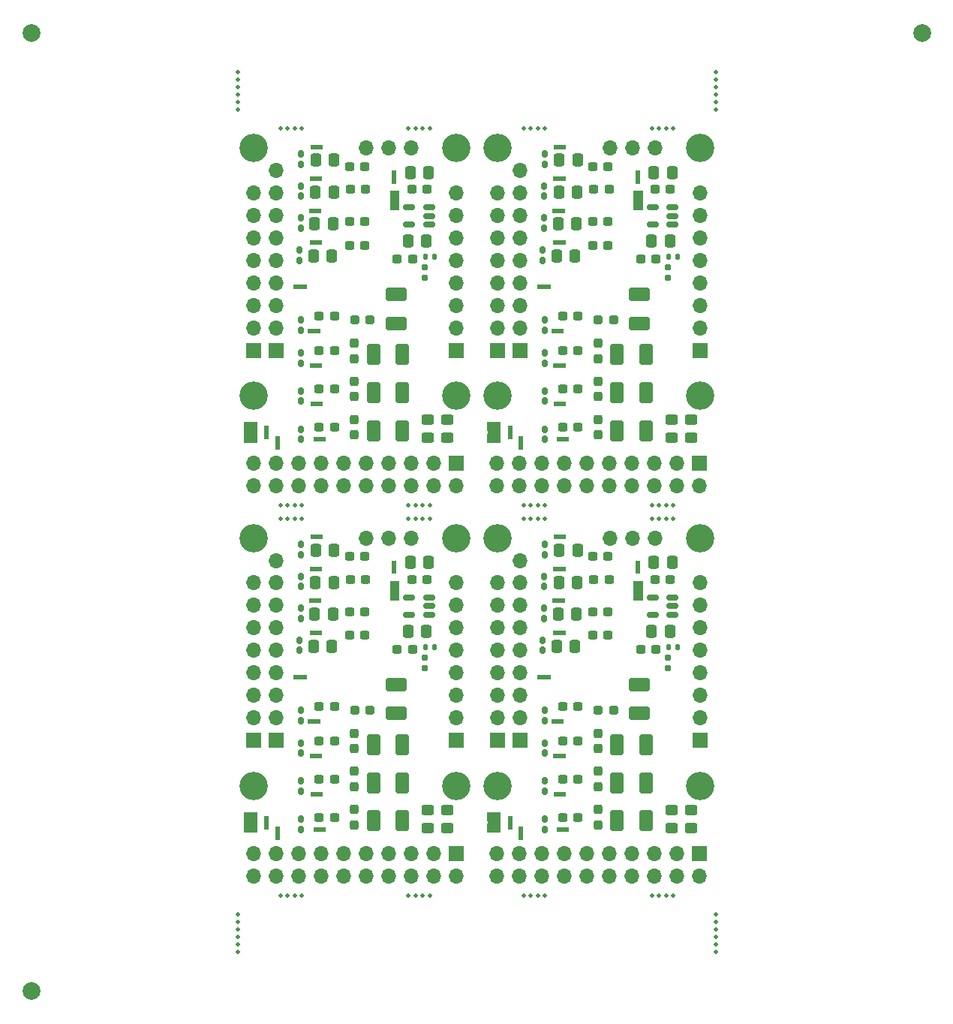
<source format=gbs>
G04 #@! TF.GenerationSoftware,KiCad,Pcbnew,9.0.4*
G04 #@! TF.CreationDate,2025-08-20T19:39:29-04:00*
G04 #@! TF.ProjectId,jlcpcb_4x4,6a6c6370-6362-45f3-9478-342e6b696361,rev?*
G04 #@! TF.SameCoordinates,Original*
G04 #@! TF.FileFunction,Soldermask,Bot*
G04 #@! TF.FilePolarity,Negative*
%FSLAX46Y46*%
G04 Gerber Fmt 4.6, Leading zero omitted, Abs format (unit mm)*
G04 Created by KiCad (PCBNEW 9.0.4) date 2025-08-20 19:39:29*
%MOMM*%
%LPD*%
G01*
G04 APERTURE LIST*
G04 Aperture macros list*
%AMRoundRect*
0 Rectangle with rounded corners*
0 $1 Rounding radius*
0 $2 $3 $4 $5 $6 $7 $8 $9 X,Y pos of 4 corners*
0 Add a 4 corners polygon primitive as box body*
4,1,4,$2,$3,$4,$5,$6,$7,$8,$9,$2,$3,0*
0 Add four circle primitives for the rounded corners*
1,1,$1+$1,$2,$3*
1,1,$1+$1,$4,$5*
1,1,$1+$1,$6,$7*
1,1,$1+$1,$8,$9*
0 Add four rect primitives between the rounded corners*
20,1,$1+$1,$2,$3,$4,$5,0*
20,1,$1+$1,$4,$5,$6,$7,0*
20,1,$1+$1,$6,$7,$8,$9,0*
20,1,$1+$1,$8,$9,$2,$3,0*%
G04 Aperture macros list end*
%ADD10C,0.010000*%
%ADD11C,0.500000*%
%ADD12R,1.700000X1.700000*%
%ADD13O,1.700000X1.700000*%
%ADD14C,3.200000*%
%ADD15RoundRect,0.250000X-0.337500X-0.475000X0.337500X-0.475000X0.337500X0.475000X-0.337500X0.475000X0*%
%ADD16RoundRect,0.160000X0.160000X-0.222500X0.160000X0.222500X-0.160000X0.222500X-0.160000X-0.222500X0*%
%ADD17R,0.508000X0.500000*%
%ADD18R,0.508000X0.508000*%
%ADD19RoundRect,0.237500X0.300000X0.237500X-0.300000X0.237500X-0.300000X-0.237500X0.300000X-0.237500X0*%
%ADD20RoundRect,0.237500X-0.300000X-0.237500X0.300000X-0.237500X0.300000X0.237500X-0.300000X0.237500X0*%
%ADD21RoundRect,0.237500X-0.237500X0.287500X-0.237500X-0.287500X0.237500X-0.287500X0.237500X0.287500X0*%
%ADD22R,1.500000X1.000000*%
%ADD23RoundRect,0.250001X0.499999X0.924999X-0.499999X0.924999X-0.499999X-0.924999X0.499999X-0.924999X0*%
%ADD24C,2.000000*%
%ADD25R,0.500000X0.500000*%
%ADD26R,0.550000X0.500000*%
%ADD27RoundRect,0.250001X0.924999X-0.499999X0.924999X0.499999X-0.924999X0.499999X-0.924999X-0.499999X0*%
%ADD28RoundRect,0.160000X-0.160000X0.222500X-0.160000X-0.222500X0.160000X-0.222500X0.160000X0.222500X0*%
%ADD29RoundRect,0.250000X-0.450000X0.325000X-0.450000X-0.325000X0.450000X-0.325000X0.450000X0.325000X0*%
%ADD30RoundRect,0.237500X0.237500X-0.287500X0.237500X0.287500X-0.237500X0.287500X-0.237500X-0.287500X0*%
%ADD31RoundRect,0.237500X-0.287500X-0.237500X0.287500X-0.237500X0.287500X0.237500X-0.287500X0.237500X0*%
%ADD32RoundRect,0.135000X0.135000X0.185000X-0.135000X0.185000X-0.135000X-0.185000X0.135000X-0.185000X0*%
%ADD33R,0.500000X0.508000*%
%ADD34RoundRect,0.160000X-0.160000X0.197500X-0.160000X-0.197500X0.160000X-0.197500X0.160000X0.197500X0*%
%ADD35RoundRect,0.250000X0.450000X-0.325000X0.450000X0.325000X-0.450000X0.325000X-0.450000X-0.325000X0*%
%ADD36RoundRect,0.250000X0.337500X0.475000X-0.337500X0.475000X-0.337500X-0.475000X0.337500X-0.475000X0*%
%ADD37RoundRect,0.150000X0.512500X0.150000X-0.512500X0.150000X-0.512500X-0.150000X0.512500X-0.150000X0*%
G04 APERTURE END LIST*
G04 #@! TO.C,G119*
G36*
X25671000Y-11978500D02*
G01*
X26179000Y-11978500D01*
X26179000Y-12478500D01*
X25671000Y-12478500D01*
X25671000Y-11978500D01*
G37*
G04 #@! TO.C,SDA108*
G36*
X40439000Y-86486500D02*
G01*
X39931000Y-86486500D01*
X39931000Y-85986500D01*
X40439000Y-85986500D01*
X40439000Y-86486500D01*
G37*
G04 #@! TO.C,SCL108*
G36*
X39239000Y-41286500D02*
G01*
X38731000Y-41286500D01*
X38731000Y-40786500D01*
X39239000Y-40786500D01*
X39239000Y-41286500D01*
G37*
G04 #@! TO.C,MCLK108*
G36*
X37935000Y-41182500D02*
G01*
X36435000Y-41182500D01*
X36435000Y-40882500D01*
X37935000Y-40882500D01*
X37935000Y-41182500D01*
G37*
G04 #@! TO.C,INM1*
G36*
X16837500Y-16282500D02*
G01*
X17687500Y-16282500D01*
X17687500Y-15782500D01*
X16837500Y-15782500D01*
X16837500Y-16282500D01*
G37*
G04 #@! TO.C,MCLK108*
G36*
X10475000Y-85182500D02*
G01*
X8975000Y-85182500D01*
X8975000Y-84882500D01*
X10475000Y-84882500D01*
X10475000Y-85182500D01*
G37*
G04 #@! TO.C,OM2*
G36*
X16675000Y-73882500D02*
G01*
X17525000Y-73882500D01*
X17525000Y-73382500D01*
X16675000Y-73382500D01*
X16675000Y-73882500D01*
G37*
G04 #@! TO.C,INP2*
G36*
X16910000Y-56682500D02*
G01*
X17760000Y-56682500D01*
X17760000Y-56182500D01*
X16910000Y-56182500D01*
X16910000Y-56682500D01*
G37*
G04 #@! TO.C,MCLK108*
G36*
X37935000Y-85182500D02*
G01*
X36435000Y-85182500D01*
X36435000Y-84882500D01*
X37935000Y-84882500D01*
X37935000Y-85182500D01*
G37*
G04 #@! TO.C,SCL108*
G36*
X11779000Y-41286500D02*
G01*
X11271000Y-41286500D01*
X11271000Y-40786500D01*
X11779000Y-40786500D01*
X11779000Y-41286500D01*
G37*
G04 #@! TO.C,OP1*
G36*
X44435000Y-38082500D02*
G01*
X45285000Y-38082500D01*
X45285000Y-37582500D01*
X44435000Y-37582500D01*
X44435000Y-38082500D01*
G37*
G04 #@! TO.C,SCL108*
G36*
X39239000Y-85286500D02*
G01*
X38731000Y-85286500D01*
X38731000Y-84786500D01*
X39239000Y-84786500D01*
X39239000Y-85286500D01*
G37*
G04 #@! TO.C,INP1*
G36*
X44360000Y-63882500D02*
G01*
X45210000Y-63882500D01*
X45210000Y-63382500D01*
X44360000Y-63382500D01*
X44360000Y-63882500D01*
G37*
G04 #@! TO.C,OM2*
G36*
X44135000Y-73882500D02*
G01*
X44985000Y-73882500D01*
X44985000Y-73382500D01*
X44135000Y-73382500D01*
X44135000Y-73882500D01*
G37*
G04 #@! TO.C,GND108*
G36*
X43039000Y-24378500D02*
G01*
X42539000Y-24378500D01*
X42539000Y-24886500D01*
X43039000Y-24886500D01*
X43039000Y-24378500D01*
G37*
G04 #@! TO.C,OP1*
G36*
X16975000Y-82082500D02*
G01*
X17825000Y-82082500D01*
X17825000Y-81582500D01*
X16975000Y-81582500D01*
X16975000Y-82082500D01*
G37*
G04 #@! TO.C,OP2*
G36*
X16900000Y-77782500D02*
G01*
X17750000Y-77782500D01*
X17750000Y-77282500D01*
X16900000Y-77282500D01*
X16900000Y-77782500D01*
G37*
G04 #@! TO.C,GND108*
G36*
X15579000Y-24378500D02*
G01*
X15079000Y-24378500D01*
X15079000Y-24886500D01*
X15579000Y-24886500D01*
X15579000Y-24378500D01*
G37*
G04 #@! TO.C,INP1*
G36*
X44360000Y-19882500D02*
G01*
X45210000Y-19882500D01*
X45210000Y-19382500D01*
X44360000Y-19382500D01*
X44360000Y-19882500D01*
G37*
G36*
X16900000Y-19882500D02*
G01*
X17750000Y-19882500D01*
X17750000Y-19382500D01*
X16900000Y-19382500D01*
X16900000Y-19882500D01*
G37*
G04 #@! TO.C,INP2*
G36*
X16910000Y-12682500D02*
G01*
X17760000Y-12682500D01*
X17760000Y-12182500D01*
X16910000Y-12182500D01*
X16910000Y-12682500D01*
G37*
G04 #@! TO.C,INM2*
G36*
X16957500Y-9082500D02*
G01*
X17807500Y-9082500D01*
X17807500Y-8582500D01*
X16957500Y-8582500D01*
X16957500Y-9082500D01*
G37*
G04 #@! TO.C,INM1*
G36*
X44297500Y-60282500D02*
G01*
X45147500Y-60282500D01*
X45147500Y-59782500D01*
X44297500Y-59782500D01*
X44297500Y-60282500D01*
G37*
G04 #@! TO.C,3V108*
D10*
X26425000Y-59892500D02*
X25425000Y-59892500D01*
X25425000Y-57782500D01*
X26425000Y-57782500D01*
X26425000Y-59892500D01*
G36*
X26425000Y-59892500D02*
G01*
X25425000Y-59892500D01*
X25425000Y-57782500D01*
X26425000Y-57782500D01*
X26425000Y-59892500D01*
G37*
X53885000Y-15892500D02*
X52885000Y-15892500D01*
X52885000Y-13782500D01*
X53885000Y-13782500D01*
X53885000Y-15892500D01*
G36*
X53885000Y-15892500D02*
G01*
X52885000Y-15892500D01*
X52885000Y-13782500D01*
X53885000Y-13782500D01*
X53885000Y-15892500D01*
G37*
G04 #@! TO.C,INP2*
G36*
X44370000Y-56682500D02*
G01*
X45220000Y-56682500D01*
X45220000Y-56182500D01*
X44370000Y-56182500D01*
X44370000Y-56682500D01*
G37*
G04 #@! TO.C,OM1*
G36*
X17675000Y-85582500D02*
G01*
X16800000Y-85582500D01*
X16800000Y-86082500D01*
X17675000Y-86082500D01*
X17675000Y-85582500D01*
G37*
G04 #@! TO.C,INM2*
G36*
X44417500Y-53082500D02*
G01*
X45267500Y-53082500D01*
X45267500Y-52582500D01*
X44417500Y-52582500D01*
X44417500Y-53082500D01*
G37*
G04 #@! TO.C,OP1*
G36*
X16975000Y-38082500D02*
G01*
X17825000Y-38082500D01*
X17825000Y-37582500D01*
X16975000Y-37582500D01*
X16975000Y-38082500D01*
G37*
G04 #@! TO.C,OM2*
G36*
X16675000Y-29882500D02*
G01*
X17525000Y-29882500D01*
X17525000Y-29382500D01*
X16675000Y-29382500D01*
X16675000Y-29882500D01*
G37*
G04 #@! TO.C,SDA108*
G36*
X40439000Y-42486500D02*
G01*
X39931000Y-42486500D01*
X39931000Y-41986500D01*
X40439000Y-41986500D01*
X40439000Y-42486500D01*
G37*
G04 #@! TO.C,G119*
G36*
X53131000Y-55978500D02*
G01*
X53639000Y-55978500D01*
X53639000Y-56478500D01*
X53131000Y-56478500D01*
X53131000Y-55978500D01*
G37*
G04 #@! TO.C,GND108*
G36*
X15579000Y-68378500D02*
G01*
X15079000Y-68378500D01*
X15079000Y-68886500D01*
X15579000Y-68886500D01*
X15579000Y-68378500D01*
G37*
G04 #@! TO.C,3V108*
X26425000Y-15892500D02*
X25425000Y-15892500D01*
X25425000Y-13782500D01*
X26425000Y-13782500D01*
X26425000Y-15892500D01*
G36*
X26425000Y-15892500D02*
G01*
X25425000Y-15892500D01*
X25425000Y-13782500D01*
X26425000Y-13782500D01*
X26425000Y-15892500D01*
G37*
G04 #@! TO.C,OM2*
G36*
X44135000Y-29882500D02*
G01*
X44985000Y-29882500D01*
X44985000Y-29382500D01*
X44135000Y-29382500D01*
X44135000Y-29882500D01*
G37*
G04 #@! TO.C,GND108*
G36*
X43039000Y-68378500D02*
G01*
X42539000Y-68378500D01*
X42539000Y-68886500D01*
X43039000Y-68886500D01*
X43039000Y-68378500D01*
G37*
G04 #@! TO.C,G119*
G36*
X25671000Y-55978500D02*
G01*
X26179000Y-55978500D01*
X26179000Y-56478500D01*
X25671000Y-56478500D01*
X25671000Y-55978500D01*
G37*
G04 #@! TO.C,OP2*
G36*
X16900000Y-33782500D02*
G01*
X17750000Y-33782500D01*
X17750000Y-33282500D01*
X16900000Y-33282500D01*
X16900000Y-33782500D01*
G37*
G36*
X44360000Y-33782500D02*
G01*
X45210000Y-33782500D01*
X45210000Y-33282500D01*
X44360000Y-33282500D01*
X44360000Y-33782500D01*
G37*
G36*
X44360000Y-77782500D02*
G01*
X45210000Y-77782500D01*
X45210000Y-77282500D01*
X44360000Y-77282500D01*
X44360000Y-77782500D01*
G37*
G04 #@! TO.C,INM2*
G36*
X16957500Y-53082500D02*
G01*
X17807500Y-53082500D01*
X17807500Y-52582500D01*
X16957500Y-52582500D01*
X16957500Y-53082500D01*
G37*
G04 #@! TO.C,SDA108*
G36*
X12979000Y-86486500D02*
G01*
X12471000Y-86486500D01*
X12471000Y-85986500D01*
X12979000Y-85986500D01*
X12979000Y-86486500D01*
G37*
G04 #@! TO.C,INP2*
G36*
X44370000Y-12682500D02*
G01*
X45220000Y-12682500D01*
X45220000Y-12182500D01*
X44370000Y-12182500D01*
X44370000Y-12682500D01*
G37*
G04 #@! TO.C,INM1*
G36*
X16837500Y-60282500D02*
G01*
X17687500Y-60282500D01*
X17687500Y-59782500D01*
X16837500Y-59782500D01*
X16837500Y-60282500D01*
G37*
G04 #@! TO.C,INP1*
G36*
X16900000Y-63882500D02*
G01*
X17750000Y-63882500D01*
X17750000Y-63382500D01*
X16900000Y-63382500D01*
X16900000Y-63882500D01*
G37*
G04 #@! TO.C,OM1*
G36*
X17675000Y-41582500D02*
G01*
X16800000Y-41582500D01*
X16800000Y-42082500D01*
X17675000Y-42082500D01*
X17675000Y-41582500D01*
G37*
G04 #@! TO.C,SDA108*
G36*
X12979000Y-42486500D02*
G01*
X12471000Y-42486500D01*
X12471000Y-41986500D01*
X12979000Y-41986500D01*
X12979000Y-42486500D01*
G37*
G04 #@! TO.C,G119*
G36*
X53131000Y-11978500D02*
G01*
X53639000Y-11978500D01*
X53639000Y-12478500D01*
X53131000Y-12478500D01*
X53131000Y-11978500D01*
G37*
G04 #@! TO.C,3V108*
X53885000Y-59892500D02*
X52885000Y-59892500D01*
X52885000Y-57782500D01*
X53885000Y-57782500D01*
X53885000Y-59892500D01*
G36*
X53885000Y-59892500D02*
G01*
X52885000Y-59892500D01*
X52885000Y-57782500D01*
X53885000Y-57782500D01*
X53885000Y-59892500D01*
G37*
G04 #@! TO.C,INM1*
G36*
X44297500Y-16282500D02*
G01*
X45147500Y-16282500D01*
X45147500Y-15782500D01*
X44297500Y-15782500D01*
X44297500Y-16282500D01*
G37*
G04 #@! TO.C,OM1*
G36*
X45135000Y-41582500D02*
G01*
X44260000Y-41582500D01*
X44260000Y-42082500D01*
X45135000Y-42082500D01*
X45135000Y-41582500D01*
G37*
G04 #@! TO.C,OP1*
G36*
X44435000Y-82082500D02*
G01*
X45285000Y-82082500D01*
X45285000Y-81582500D01*
X44435000Y-81582500D01*
X44435000Y-82082500D01*
G37*
G04 #@! TO.C,OM1*
G36*
X45135000Y-85582500D02*
G01*
X44260000Y-85582500D01*
X44260000Y-86082500D01*
X45135000Y-86082500D01*
X45135000Y-85582500D01*
G37*
G04 #@! TO.C,INM2*
G36*
X44417500Y-9082500D02*
G01*
X45267500Y-9082500D01*
X45267500Y-8582500D01*
X44417500Y-8582500D01*
X44417500Y-9082500D01*
G37*
G04 #@! TO.C,MCLK108*
G36*
X10475000Y-41182500D02*
G01*
X8975000Y-41182500D01*
X8975000Y-40882500D01*
X10475000Y-40882500D01*
X10475000Y-41182500D01*
G37*
G04 #@! TO.C,SCL108*
G36*
X11779000Y-85286500D02*
G01*
X11271000Y-85286500D01*
X11271000Y-84786500D01*
X11779000Y-84786500D01*
X11779000Y-85286500D01*
G37*
G04 #@! TD*
D11*
G04 #@! TO.C,KiKit_MB_12_5*
X29930000Y-50750000D03*
G04 #@! TD*
G04 #@! TO.C,KiKit_MB_8_2*
X54990000Y-6750000D03*
G04 #@! TD*
G04 #@! TO.C,KiKit_MB_14_5*
X42930000Y-50750000D03*
G04 #@! TD*
G04 #@! TO.C,KiKit_MB_5_3*
X42130000Y-49250000D03*
G04 #@! TD*
G04 #@! TO.C,KiKit_MB_8_3*
X55790000Y-6750000D03*
G04 #@! TD*
G04 #@! TO.C,KiKit_MB_1_5*
X13070000Y-49250000D03*
G04 #@! TD*
G04 #@! TO.C,KiKit_MB_1_3*
X14670000Y-49250000D03*
G04 #@! TD*
G04 #@! TO.C,KiKit_MB_5_5*
X40530000Y-49250000D03*
G04 #@! TD*
G04 #@! TO.C,KiKit_MB_14_3*
X41330000Y-50750000D03*
G04 #@! TD*
G04 #@! TO.C,KiKit_MB_19_3*
X8270000Y-96214285D03*
G04 #@! TD*
D12*
G04 #@! TO.C,board_outline108*
X32925000Y-44495000D03*
D13*
X32925000Y-47035000D03*
X30385000Y-44495000D03*
X30385000Y-47035000D03*
X27845000Y-44495000D03*
X27845000Y-47035000D03*
X25305000Y-44495000D03*
X25305000Y-47035000D03*
X22765000Y-44495000D03*
X22765000Y-47035000D03*
X20225000Y-44495000D03*
X20225000Y-47035000D03*
X17685000Y-44495000D03*
X17685000Y-47035000D03*
X15145000Y-44495000D03*
X15145000Y-47035000D03*
X12605000Y-44495000D03*
X12605000Y-47035000D03*
X10065000Y-44495000D03*
X10065000Y-47035000D03*
D12*
X12610000Y-31785000D03*
X10070000Y-31785000D03*
D13*
X12610000Y-29245000D03*
X10070000Y-29245000D03*
X12610000Y-26705000D03*
X10070000Y-26705000D03*
X12610000Y-24165000D03*
X10070000Y-24165000D03*
X12610000Y-21625000D03*
X10070000Y-21625000D03*
X12610000Y-19085000D03*
X10070000Y-19085000D03*
X12610000Y-16545000D03*
X10070000Y-16545000D03*
X12610000Y-14005000D03*
X10070000Y-14005000D03*
D12*
X32930000Y-31785000D03*
D13*
X32930000Y-29245000D03*
X32930000Y-26705000D03*
X32930000Y-24165000D03*
X32930000Y-21625000D03*
X32930000Y-19085000D03*
X32930000Y-16545000D03*
X32930000Y-14005000D03*
X27850000Y-8940000D03*
X25310000Y-8940000D03*
X22770000Y-8940000D03*
X12610000Y-11480000D03*
D14*
X10070000Y-36880000D03*
X10070000Y-8940000D03*
X32930000Y-36880000D03*
X32930000Y-8940000D03*
G04 #@! TD*
D11*
G04 #@! TO.C,KiKit_MB_15_3*
X56590000Y-93250000D03*
G04 #@! TD*
G04 #@! TO.C,KiKit_MB_7_5*
X54990000Y-49250000D03*
G04 #@! TD*
G04 #@! TO.C,KiKit_MB_10_2*
X13070000Y-50750000D03*
G04 #@! TD*
G04 #@! TO.C,KiKit_MB_9_3*
X14670000Y-93250000D03*
G04 #@! TD*
G04 #@! TO.C,KiKit_MB_17_3*
X8270000Y-1214286D03*
G04 #@! TD*
G04 #@! TO.C,KiKit_MB_20_4*
X62190000Y-97071428D03*
G04 #@! TD*
G04 #@! TO.C,KiKit_MB_6_2*
X40530000Y-6750000D03*
G04 #@! TD*
G04 #@! TO.C,KiKit_MB_15_2*
X57390000Y-93250000D03*
G04 #@! TD*
D12*
G04 #@! TO.C,board_outline108*
X60385000Y-44495000D03*
D13*
X60385000Y-47035000D03*
X57845000Y-44495000D03*
X57845000Y-47035000D03*
X55305000Y-44495000D03*
X55305000Y-47035000D03*
X52765000Y-44495000D03*
X52765000Y-47035000D03*
X50225000Y-44495000D03*
X50225000Y-47035000D03*
X47685000Y-44495000D03*
X47685000Y-47035000D03*
X45145000Y-44495000D03*
X45145000Y-47035000D03*
X42605000Y-44495000D03*
X42605000Y-47035000D03*
X40065000Y-44495000D03*
X40065000Y-47035000D03*
X37525000Y-44495000D03*
X37525000Y-47035000D03*
D12*
X40070000Y-31785000D03*
X37530000Y-31785000D03*
D13*
X40070000Y-29245000D03*
X37530000Y-29245000D03*
X40070000Y-26705000D03*
X37530000Y-26705000D03*
X40070000Y-24165000D03*
X37530000Y-24165000D03*
X40070000Y-21625000D03*
X37530000Y-21625000D03*
X40070000Y-19085000D03*
X37530000Y-19085000D03*
X40070000Y-16545000D03*
X37530000Y-16545000D03*
X40070000Y-14005000D03*
X37530000Y-14005000D03*
D12*
X60390000Y-31785000D03*
D13*
X60390000Y-29245000D03*
X60390000Y-26705000D03*
X60390000Y-24165000D03*
X60390000Y-21625000D03*
X60390000Y-19085000D03*
X60390000Y-16545000D03*
X60390000Y-14005000D03*
X55310000Y-8940000D03*
X52770000Y-8940000D03*
X50230000Y-8940000D03*
X40070000Y-11480000D03*
D14*
X37530000Y-36880000D03*
X37530000Y-8940000D03*
X60390000Y-36880000D03*
X60390000Y-8940000D03*
G04 #@! TD*
D11*
G04 #@! TO.C,KiKit_MB_17_7*
X8270000Y-4642858D03*
G04 #@! TD*
D12*
G04 #@! TO.C,board_outline108*
X32925000Y-88495000D03*
D13*
X32925000Y-91035000D03*
X30385000Y-88495000D03*
X30385000Y-91035000D03*
X27845000Y-88495000D03*
X27845000Y-91035000D03*
X25305000Y-88495000D03*
X25305000Y-91035000D03*
X22765000Y-88495000D03*
X22765000Y-91035000D03*
X20225000Y-88495000D03*
X20225000Y-91035000D03*
X17685000Y-88495000D03*
X17685000Y-91035000D03*
X15145000Y-88495000D03*
X15145000Y-91035000D03*
X12605000Y-88495000D03*
X12605000Y-91035000D03*
X10065000Y-88495000D03*
X10065000Y-91035000D03*
D12*
X12610000Y-75785000D03*
X10070000Y-75785000D03*
D13*
X12610000Y-73245000D03*
X10070000Y-73245000D03*
X12610000Y-70705000D03*
X10070000Y-70705000D03*
X12610000Y-68165000D03*
X10070000Y-68165000D03*
X12610000Y-65625000D03*
X10070000Y-65625000D03*
X12610000Y-63085000D03*
X10070000Y-63085000D03*
X12610000Y-60545000D03*
X10070000Y-60545000D03*
X12610000Y-58005000D03*
X10070000Y-58005000D03*
D12*
X32930000Y-75785000D03*
D13*
X32930000Y-73245000D03*
X32930000Y-70705000D03*
X32930000Y-68165000D03*
X32930000Y-65625000D03*
X32930000Y-63085000D03*
X32930000Y-60545000D03*
X32930000Y-58005000D03*
X27850000Y-52940000D03*
X25310000Y-52940000D03*
X22770000Y-52940000D03*
X12610000Y-55480000D03*
D14*
X10070000Y-80880000D03*
X10070000Y-52940000D03*
X32930000Y-80880000D03*
X32930000Y-52940000D03*
G04 #@! TD*
D11*
G04 #@! TO.C,KiKit_MB_4_2*
X27530000Y-6750000D03*
G04 #@! TD*
G04 #@! TO.C,KiKit_MB_5_4*
X41330000Y-49250000D03*
G04 #@! TD*
G04 #@! TO.C,KiKit_MB_17_6*
X8270000Y-3785715D03*
G04 #@! TD*
G04 #@! TO.C,KiKit_MB_7_3*
X56590000Y-49250000D03*
G04 #@! TD*
G04 #@! TO.C,KiKit_MB_20_5*
X62190000Y-97928571D03*
G04 #@! TD*
G04 #@! TO.C,KiKit_MB_18_5*
X62190000Y-2928572D03*
G04 #@! TD*
G04 #@! TO.C,KiKit_MB_10_5*
X15470000Y-50750000D03*
G04 #@! TD*
D12*
G04 #@! TO.C,board_outline108*
X60385000Y-88495000D03*
D13*
X60385000Y-91035000D03*
X57845000Y-88495000D03*
X57845000Y-91035000D03*
X55305000Y-88495000D03*
X55305000Y-91035000D03*
X52765000Y-88495000D03*
X52765000Y-91035000D03*
X50225000Y-88495000D03*
X50225000Y-91035000D03*
X47685000Y-88495000D03*
X47685000Y-91035000D03*
X45145000Y-88495000D03*
X45145000Y-91035000D03*
X42605000Y-88495000D03*
X42605000Y-91035000D03*
X40065000Y-88495000D03*
X40065000Y-91035000D03*
X37525000Y-88495000D03*
X37525000Y-91035000D03*
D12*
X40070000Y-75785000D03*
X37530000Y-75785000D03*
D13*
X40070000Y-73245000D03*
X37530000Y-73245000D03*
X40070000Y-70705000D03*
X37530000Y-70705000D03*
X40070000Y-68165000D03*
X37530000Y-68165000D03*
X40070000Y-65625000D03*
X37530000Y-65625000D03*
X40070000Y-63085000D03*
X37530000Y-63085000D03*
X40070000Y-60545000D03*
X37530000Y-60545000D03*
X40070000Y-58005000D03*
X37530000Y-58005000D03*
D12*
X60390000Y-75785000D03*
D13*
X60390000Y-73245000D03*
X60390000Y-70705000D03*
X60390000Y-68165000D03*
X60390000Y-65625000D03*
X60390000Y-63085000D03*
X60390000Y-60545000D03*
X60390000Y-58005000D03*
X55310000Y-52940000D03*
X52770000Y-52940000D03*
X50230000Y-52940000D03*
X40070000Y-55480000D03*
D14*
X37530000Y-80880000D03*
X37530000Y-52940000D03*
X60390000Y-80880000D03*
X60390000Y-52940000D03*
G04 #@! TD*
D11*
G04 #@! TO.C,KiKit_MB_17_4*
X8270000Y-2071429D03*
G04 #@! TD*
G04 #@! TO.C,KiKit_MB_17_5*
X8270000Y-2928572D03*
G04 #@! TD*
G04 #@! TO.C,KiKit_MB_18_2*
X62190000Y-357143D03*
G04 #@! TD*
G04 #@! TO.C,KiKit_MB_9_4*
X13870000Y-93250000D03*
G04 #@! TD*
G04 #@! TO.C,KiKit_MB_15_5*
X54990000Y-93250000D03*
G04 #@! TD*
G04 #@! TO.C,KiKit_MB_20_6*
X62190000Y-98785714D03*
G04 #@! TD*
G04 #@! TO.C,KiKit_MB_19_7*
X8270000Y-99642857D03*
G04 #@! TD*
G04 #@! TO.C,KiKit_MB_15_4*
X55790000Y-93250000D03*
G04 #@! TD*
G04 #@! TO.C,KiKit_MB_18_7*
X62190000Y-4642858D03*
G04 #@! TD*
G04 #@! TO.C,KiKit_MB_16_3*
X55790000Y-50750000D03*
G04 #@! TD*
G04 #@! TO.C,KiKit_MB_3_5*
X27530000Y-49250000D03*
G04 #@! TD*
G04 #@! TO.C,KiKit_MB_7_4*
X55790000Y-49250000D03*
G04 #@! TD*
G04 #@! TO.C,KiKit_MB_2_3*
X13870000Y-6750000D03*
G04 #@! TD*
G04 #@! TO.C,KiKit_MB_6_5*
X42930000Y-6750000D03*
G04 #@! TD*
G04 #@! TO.C,KiKit_MB_19_6*
X8270000Y-98785714D03*
G04 #@! TD*
G04 #@! TO.C,KiKit_MB_3_2*
X29930000Y-49250000D03*
G04 #@! TD*
G04 #@! TO.C,KiKit_MB_3_4*
X28330000Y-49250000D03*
G04 #@! TD*
G04 #@! TO.C,KiKit_MB_20_3*
X62190000Y-96214285D03*
G04 #@! TD*
G04 #@! TO.C,KiKit_MB_12_4*
X29130000Y-50750000D03*
G04 #@! TD*
G04 #@! TO.C,KiKit_MB_2_4*
X14670000Y-6750000D03*
G04 #@! TD*
G04 #@! TO.C,KiKit_MB_6_4*
X42130000Y-6750000D03*
G04 #@! TD*
G04 #@! TO.C,KiKit_MB_12_3*
X28330000Y-50750000D03*
G04 #@! TD*
G04 #@! TO.C,KiKit_MB_18_4*
X62190000Y-2071429D03*
G04 #@! TD*
G04 #@! TO.C,KiKit_MB_16_5*
X57390000Y-50750000D03*
G04 #@! TD*
G04 #@! TO.C,KiKit_MB_13_4*
X41330000Y-93250000D03*
G04 #@! TD*
G04 #@! TO.C,KiKit_MB_9_5*
X13070000Y-93250000D03*
G04 #@! TD*
G04 #@! TO.C,KiKit_MB_11_5*
X27530000Y-93250000D03*
G04 #@! TD*
G04 #@! TO.C,KiKit_MB_1_4*
X13870000Y-49250000D03*
G04 #@! TD*
G04 #@! TO.C,KiKit_MB_2_2*
X13070000Y-6750000D03*
G04 #@! TD*
G04 #@! TO.C,KiKit_MB_13_2*
X42930000Y-93250000D03*
G04 #@! TD*
G04 #@! TO.C,KiKit_MB_20_7*
X62190000Y-99642857D03*
G04 #@! TD*
G04 #@! TO.C,KiKit_MB_7_2*
X57390000Y-49250000D03*
G04 #@! TD*
G04 #@! TO.C,KiKit_MB_8_4*
X56590000Y-6750000D03*
G04 #@! TD*
G04 #@! TO.C,KiKit_MB_16_2*
X54990000Y-50750000D03*
G04 #@! TD*
G04 #@! TO.C,KiKit_MB_16_4*
X56590000Y-50750000D03*
G04 #@! TD*
G04 #@! TO.C,KiKit_MB_17_2*
X8270000Y-357143D03*
G04 #@! TD*
G04 #@! TO.C,KiKit_MB_1_2*
X15470000Y-49250000D03*
G04 #@! TD*
G04 #@! TO.C,KiKit_MB_13_5*
X40530000Y-93250000D03*
G04 #@! TD*
G04 #@! TO.C,KiKit_MB_4_3*
X28330000Y-6750000D03*
G04 #@! TD*
G04 #@! TO.C,KiKit_MB_10_4*
X14670000Y-50750000D03*
G04 #@! TD*
G04 #@! TO.C,KiKit_MB_19_5*
X8270000Y-97928571D03*
G04 #@! TD*
G04 #@! TO.C,KiKit_MB_5_2*
X42930000Y-49250000D03*
G04 #@! TD*
G04 #@! TO.C,KiKit_MB_6_3*
X41330000Y-6750000D03*
G04 #@! TD*
G04 #@! TO.C,KiKit_MB_9_2*
X15470000Y-93250000D03*
G04 #@! TD*
G04 #@! TO.C,KiKit_MB_2_5*
X15470000Y-6750000D03*
G04 #@! TD*
G04 #@! TO.C,KiKit_MB_19_4*
X8270000Y-97071428D03*
G04 #@! TD*
G04 #@! TO.C,KiKit_MB_14_2*
X40530000Y-50750000D03*
G04 #@! TD*
G04 #@! TO.C,KiKit_MB_4_4*
X29130000Y-6750000D03*
G04 #@! TD*
G04 #@! TO.C,KiKit_MB_18_3*
X62190000Y-1214286D03*
G04 #@! TD*
G04 #@! TO.C,KiKit_MB_13_3*
X42130000Y-93250000D03*
G04 #@! TD*
G04 #@! TO.C,KiKit_MB_14_4*
X42130000Y-50750000D03*
G04 #@! TD*
G04 #@! TO.C,KiKit_MB_8_5*
X57390000Y-6750000D03*
G04 #@! TD*
G04 #@! TO.C,KiKit_MB_11_4*
X28330000Y-93250000D03*
G04 #@! TD*
G04 #@! TO.C,KiKit_MB_3_3*
X29130000Y-49250000D03*
G04 #@! TD*
G04 #@! TO.C,KiKit_MB_11_3*
X29130000Y-93250000D03*
G04 #@! TD*
G04 #@! TO.C,KiKit_MB_11_2*
X29930000Y-93250000D03*
G04 #@! TD*
G04 #@! TO.C,KiKit_MB_10_3*
X13870000Y-50750000D03*
G04 #@! TD*
G04 #@! TO.C,KiKit_MB_20_2*
X62190000Y-95357142D03*
G04 #@! TD*
G04 #@! TO.C,KiKit_MB_4_5*
X29930000Y-6750000D03*
G04 #@! TD*
G04 #@! TO.C,KiKit_MB_19_2*
X8270000Y-95357142D03*
G04 #@! TD*
G04 #@! TO.C,KiKit_MB_18_6*
X62190000Y-3785715D03*
G04 #@! TD*
G04 #@! TO.C,KiKit_MB_12_2*
X27530000Y-50750000D03*
G04 #@! TD*
D15*
G04 #@! TO.C,T\u002AC110*
X54947500Y-63432500D03*
X57022500Y-63432500D03*
G04 #@! TD*
D16*
G04 #@! TO.C,D112*
X15407500Y-9660000D03*
X15407500Y-10805000D03*
G04 #@! TD*
D17*
G04 #@! TO.C,G119*
X25925000Y-11728500D03*
D18*
X25925000Y-12732500D03*
G04 #@! TD*
D19*
G04 #@! TO.C,C113*
X19187500Y-36132500D03*
X17462500Y-36132500D03*
G04 #@! TD*
D17*
G04 #@! TO.C,SDA108*
X40185000Y-86736500D03*
D18*
X40185000Y-85732500D03*
G04 #@! TD*
D17*
G04 #@! TO.C,SCL108*
X38985000Y-41536500D03*
D18*
X38985000Y-40532500D03*
G04 #@! TD*
D20*
G04 #@! TO.C,C125*
X48422500Y-13632500D03*
X50147500Y-13632500D03*
G04 #@! TD*
D21*
G04 #@! TO.C,R109*
X21425000Y-39557500D03*
X21425000Y-41307500D03*
G04 #@! TD*
D16*
G04 #@! TO.C,D113*
X15360000Y-13260000D03*
X15360000Y-14405000D03*
G04 #@! TD*
D19*
G04 #@! TO.C,C123*
X46647500Y-27932500D03*
X44922500Y-27932500D03*
G04 #@! TD*
D22*
G04 #@! TO.C,MCLK108*
X37185000Y-41682500D03*
X37185000Y-40382500D03*
G04 #@! TD*
D23*
G04 #@! TO.C,C114*
X26850000Y-84832500D03*
X23600000Y-84832500D03*
G04 #@! TD*
D24*
G04 #@! TO.C,KiKit_FID_B_3*
X-15000000Y-104000000D03*
G04 #@! TD*
D19*
G04 #@! TO.C,C117*
X46647500Y-84432500D03*
X44922500Y-84432500D03*
G04 #@! TD*
D15*
G04 #@! TO.C,FB110*
X44410000Y-61532500D03*
X46485000Y-61532500D03*
G04 #@! TD*
G04 #@! TO.C,FB109*
X17022500Y-57932500D03*
X19097500Y-57932500D03*
G04 #@! TD*
D25*
G04 #@! TO.C,INM1*
X16587500Y-16032500D03*
D26*
X17462500Y-16032500D03*
G04 #@! TD*
D22*
G04 #@! TO.C,MCLK108*
X9725000Y-85682500D03*
X9725000Y-84382500D03*
G04 #@! TD*
D20*
G04 #@! TO.C,C126*
X48322500Y-17232500D03*
X50047500Y-17232500D03*
G04 #@! TD*
D15*
G04 #@! TO.C,FB109*
X44482500Y-13932500D03*
X46557500Y-13932500D03*
G04 #@! TD*
D25*
G04 #@! TO.C,OM2*
X16425000Y-73632500D03*
D26*
X17300000Y-73632500D03*
G04 #@! TD*
D19*
G04 #@! TO.C,C117*
X19187500Y-84432500D03*
X17462500Y-84432500D03*
G04 #@! TD*
D15*
G04 #@! TO.C,FB111*
X16787500Y-21132500D03*
X18862500Y-21132500D03*
G04 #@! TD*
D19*
G04 #@! TO.C,T\u002AC109*
X57085000Y-13632500D03*
X55360000Y-13632500D03*
G04 #@! TD*
D23*
G04 #@! TO.C,C114*
X26850000Y-40832500D03*
X23600000Y-40832500D03*
G04 #@! TD*
D19*
G04 #@! TO.C,C113*
X19187500Y-80132500D03*
X17462500Y-80132500D03*
G04 #@! TD*
D27*
G04 #@! TO.C,C122*
X53585000Y-28732499D03*
X53585000Y-25482499D03*
G04 #@! TD*
D28*
G04 #@! TO.C,D109*
X15425000Y-85805000D03*
X15425000Y-84660000D03*
G04 #@! TD*
D25*
G04 #@! TO.C,INP2*
X16660000Y-56432500D03*
D26*
X17535000Y-56432500D03*
G04 #@! TD*
D19*
G04 #@! TO.C,T\u002AC109*
X57085000Y-57632500D03*
X55360000Y-57632500D03*
G04 #@! TD*
G04 #@! TO.C,C123*
X19187500Y-27932500D03*
X17462500Y-27932500D03*
G04 #@! TD*
D22*
G04 #@! TO.C,MCLK108*
X37185000Y-85682500D03*
X37185000Y-84382500D03*
G04 #@! TD*
D20*
G04 #@! TO.C,C124*
X20862500Y-11032500D03*
X22587500Y-11032500D03*
G04 #@! TD*
D15*
G04 #@! TO.C,T\u002AC110*
X27487500Y-63432500D03*
X29562500Y-63432500D03*
G04 #@! TD*
D17*
G04 #@! TO.C,SCL108*
X11525000Y-41536500D03*
D18*
X11525000Y-40532500D03*
G04 #@! TD*
D15*
G04 #@! TO.C,FB110*
X16950000Y-17532500D03*
X19025000Y-17532500D03*
G04 #@! TD*
D19*
G04 #@! TO.C,C123*
X46647500Y-71932500D03*
X44922500Y-71932500D03*
G04 #@! TD*
D25*
G04 #@! TO.C,OP1*
X44185000Y-37832500D03*
D26*
X45060000Y-37832500D03*
G04 #@! TD*
D17*
G04 #@! TO.C,SCL108*
X38985000Y-85536500D03*
D18*
X38985000Y-84532500D03*
G04 #@! TD*
D29*
G04 #@! TO.C,C130*
X29725000Y-83607500D03*
X29725000Y-85657500D03*
G04 #@! TD*
D30*
G04 #@! TO.C,R111*
X48885000Y-32707500D03*
X48885000Y-30957500D03*
G04 #@! TD*
D31*
G04 #@! TO.C,R116*
X21450000Y-28332500D03*
X23200000Y-28332500D03*
G04 #@! TD*
D28*
G04 #@! TO.C,D109*
X15425000Y-41805000D03*
X15425000Y-40660000D03*
G04 #@! TD*
D20*
G04 #@! TO.C,C129*
X53710582Y-65482883D03*
X55435582Y-65482883D03*
G04 #@! TD*
D28*
G04 #@! TO.C,D111*
X42885000Y-29505000D03*
X42885000Y-28360000D03*
G04 #@! TD*
D24*
G04 #@! TO.C,KiKit_FID_B_2*
X85460000Y4000000D03*
G04 #@! TD*
D25*
G04 #@! TO.C,INP1*
X44110000Y-63632500D03*
D26*
X44985000Y-63632500D03*
G04 #@! TD*
D20*
G04 #@! TO.C,C124*
X48322500Y-55032500D03*
X50047500Y-55032500D03*
G04 #@! TD*
D16*
G04 #@! TO.C,D115*
X42685000Y-64460000D03*
X42685000Y-65605000D03*
G04 #@! TD*
D31*
G04 #@! TO.C,R116*
X21450000Y-72332500D03*
X23200000Y-72332500D03*
G04 #@! TD*
D19*
G04 #@! TO.C,C117*
X46647500Y-40432500D03*
X44922500Y-40432500D03*
G04 #@! TD*
D32*
G04 #@! TO.C,R128*
X57895000Y-65232500D03*
X56875000Y-65232500D03*
G04 #@! TD*
D25*
G04 #@! TO.C,OM2*
X43885000Y-73632500D03*
D26*
X44760000Y-73632500D03*
G04 #@! TD*
D15*
G04 #@! TO.C,FB108*
X44520000Y-54332500D03*
X46595000Y-54332500D03*
G04 #@! TD*
D16*
G04 #@! TO.C,D114*
X42820000Y-60860000D03*
X42820000Y-62005000D03*
G04 #@! TD*
D28*
G04 #@! TO.C,D111*
X15425000Y-29505000D03*
X15425000Y-28360000D03*
G04 #@! TD*
D33*
G04 #@! TO.C,GND108*
X43289000Y-24632500D03*
D18*
X42285000Y-24632500D03*
G04 #@! TD*
D25*
G04 #@! TO.C,OP1*
X16725000Y-81832500D03*
D26*
X17600000Y-81832500D03*
G04 #@! TD*
D25*
G04 #@! TO.C,OP2*
X16650000Y-77532500D03*
D26*
X17525000Y-77532500D03*
G04 #@! TD*
D20*
G04 #@! TO.C,C127*
X20862500Y-63932500D03*
X22587500Y-63932500D03*
G04 #@! TD*
D19*
G04 #@! TO.C,C123*
X19187500Y-71932500D03*
X17462500Y-71932500D03*
G04 #@! TD*
D16*
G04 #@! TO.C,D112*
X15407500Y-53660000D03*
X15407500Y-54805000D03*
G04 #@! TD*
G04 #@! TO.C,D115*
X42685000Y-20460000D03*
X42685000Y-21605000D03*
G04 #@! TD*
G04 #@! TO.C,D114*
X42820000Y-16860000D03*
X42820000Y-18005000D03*
G04 #@! TD*
D33*
G04 #@! TO.C,GND108*
X15829000Y-24632500D03*
D18*
X14825000Y-24632500D03*
G04 #@! TD*
D15*
G04 #@! TO.C,FB111*
X44247500Y-65132500D03*
X46322500Y-65132500D03*
G04 #@! TD*
D34*
G04 #@! TO.C,SCL109*
X29325000Y-22435000D03*
X29325000Y-23630000D03*
G04 #@! TD*
D16*
G04 #@! TO.C,D114*
X15360000Y-60860000D03*
X15360000Y-62005000D03*
G04 #@! TD*
D25*
G04 #@! TO.C,INP1*
X44110000Y-19632500D03*
D26*
X44985000Y-19632500D03*
G04 #@! TD*
D32*
G04 #@! TO.C,R128*
X57895000Y-21232500D03*
X56875000Y-21232500D03*
G04 #@! TD*
D19*
G04 #@! TO.C,T\u002AC109*
X29625000Y-13632500D03*
X27900000Y-13632500D03*
G04 #@! TD*
D25*
G04 #@! TO.C,INP1*
X16650000Y-19632500D03*
D26*
X17525000Y-19632500D03*
G04 #@! TD*
D30*
G04 #@! TO.C,R108*
X21425000Y-81007500D03*
X21425000Y-79257500D03*
G04 #@! TD*
D25*
G04 #@! TO.C,INP2*
X16660000Y-12432500D03*
D26*
X17535000Y-12432500D03*
G04 #@! TD*
D25*
G04 #@! TO.C,INM2*
X16707500Y-8832500D03*
D26*
X17582500Y-8832500D03*
G04 #@! TD*
D30*
G04 #@! TO.C,R111*
X21425000Y-76707500D03*
X21425000Y-74957500D03*
G04 #@! TD*
D35*
G04 #@! TO.C,C131*
X59385000Y-41657500D03*
X59385000Y-39607500D03*
G04 #@! TD*
D25*
G04 #@! TO.C,INM1*
X44047500Y-60032500D03*
D26*
X44922500Y-60032500D03*
G04 #@! TD*
D28*
G04 #@! TO.C,D108*
X42885000Y-81505000D03*
X42885000Y-80360000D03*
G04 #@! TD*
G04 #@! TO.C,D110*
X42885000Y-77205000D03*
X42885000Y-76060000D03*
G04 #@! TD*
G04 #@! TO.C,D109*
X42885000Y-41805000D03*
X42885000Y-40660000D03*
G04 #@! TD*
D15*
G04 #@! TO.C,FB110*
X44410000Y-17532500D03*
X46485000Y-17532500D03*
G04 #@! TD*
D25*
G04 #@! TO.C,INP2*
X44120000Y-56432500D03*
D26*
X44995000Y-56432500D03*
G04 #@! TD*
D23*
G04 #@! TO.C,C114*
X54310000Y-40832500D03*
X51060000Y-40832500D03*
G04 #@! TD*
D34*
G04 #@! TO.C,SCL109*
X56785000Y-66435000D03*
X56785000Y-67630000D03*
G04 #@! TD*
D28*
G04 #@! TO.C,D109*
X42885000Y-85805000D03*
X42885000Y-84660000D03*
G04 #@! TD*
D16*
G04 #@! TO.C,D113*
X15360000Y-57260000D03*
X15360000Y-58405000D03*
G04 #@! TD*
D36*
G04 #@! TO.C,T\u002AC108*
X57260000Y-11698186D03*
X55185000Y-11698186D03*
G04 #@! TD*
D20*
G04 #@! TO.C,C129*
X53710582Y-21482883D03*
X55435582Y-21482883D03*
G04 #@! TD*
D29*
G04 #@! TO.C,C130*
X57185000Y-39607500D03*
X57185000Y-41657500D03*
G04 #@! TD*
D25*
G04 #@! TO.C,OM1*
X17925000Y-85832500D03*
X17075000Y-85832500D03*
G04 #@! TD*
D19*
G04 #@! TO.C,C117*
X19187500Y-40432500D03*
X17462500Y-40432500D03*
G04 #@! TD*
D30*
G04 #@! TO.C,R108*
X48885000Y-81007500D03*
X48885000Y-79257500D03*
G04 #@! TD*
D25*
G04 #@! TO.C,INM2*
X44167500Y-52832500D03*
D26*
X45042500Y-52832500D03*
G04 #@! TD*
D36*
G04 #@! TO.C,T\u002AC108*
X29800000Y-11698186D03*
X27725000Y-11698186D03*
G04 #@! TD*
D37*
G04 #@! TO.C,U109*
X29877500Y-15670686D03*
X29877500Y-16620686D03*
X29877500Y-17570686D03*
X27602500Y-17570686D03*
X27602500Y-15670686D03*
G04 #@! TD*
D25*
G04 #@! TO.C,OP1*
X16725000Y-37832500D03*
D26*
X17600000Y-37832500D03*
G04 #@! TD*
D37*
G04 #@! TO.C,U109*
X29877500Y-59670686D03*
X29877500Y-60620686D03*
X29877500Y-61570686D03*
X27602500Y-61570686D03*
X27602500Y-59670686D03*
G04 #@! TD*
D31*
G04 #@! TO.C,R116*
X48910000Y-72332500D03*
X50660000Y-72332500D03*
G04 #@! TD*
D25*
G04 #@! TO.C,OM2*
X16425000Y-29632500D03*
D26*
X17300000Y-29632500D03*
G04 #@! TD*
D15*
G04 #@! TO.C,FB111*
X44247500Y-21132500D03*
X46322500Y-21132500D03*
G04 #@! TD*
D36*
G04 #@! TO.C,T\u002AC108*
X29800000Y-55698186D03*
X27725000Y-55698186D03*
G04 #@! TD*
D23*
G04 #@! TO.C,C110*
X54310000Y-36532500D03*
X51060000Y-36532500D03*
G04 #@! TD*
D20*
G04 #@! TO.C,C124*
X48322500Y-11032500D03*
X50047500Y-11032500D03*
G04 #@! TD*
D23*
G04 #@! TO.C,C110*
X54310000Y-80532500D03*
X51060000Y-80532500D03*
G04 #@! TD*
D17*
G04 #@! TO.C,SDA108*
X40185000Y-42736500D03*
D18*
X40185000Y-41732500D03*
G04 #@! TD*
D23*
G04 #@! TO.C,C114*
X54310000Y-84832500D03*
X51060000Y-84832500D03*
G04 #@! TD*
D17*
G04 #@! TO.C,G119*
X53385000Y-55728500D03*
D18*
X53385000Y-56732500D03*
G04 #@! TD*
D20*
G04 #@! TO.C,C125*
X20962500Y-13632500D03*
X22687500Y-13632500D03*
G04 #@! TD*
G04 #@! TO.C,C127*
X48322500Y-63932500D03*
X50047500Y-63932500D03*
G04 #@! TD*
D16*
G04 #@! TO.C,D112*
X42867500Y-9660000D03*
X42867500Y-10805000D03*
G04 #@! TD*
D33*
G04 #@! TO.C,GND108*
X15829000Y-68632500D03*
D18*
X14825000Y-68632500D03*
G04 #@! TD*
D15*
G04 #@! TO.C,FB108*
X17060000Y-10332500D03*
X19135000Y-10332500D03*
G04 #@! TD*
D19*
G04 #@! TO.C,C121*
X19187500Y-31832500D03*
X17462500Y-31832500D03*
G04 #@! TD*
D25*
G04 #@! TO.C,OM2*
X43885000Y-29632500D03*
D26*
X44760000Y-29632500D03*
G04 #@! TD*
D19*
G04 #@! TO.C,C121*
X19187500Y-75832500D03*
X17462500Y-75832500D03*
G04 #@! TD*
D20*
G04 #@! TO.C,C124*
X20862500Y-55032500D03*
X22587500Y-55032500D03*
G04 #@! TD*
D33*
G04 #@! TO.C,GND108*
X43289000Y-68632500D03*
D18*
X42285000Y-68632500D03*
G04 #@! TD*
D35*
G04 #@! TO.C,C131*
X31925000Y-85657500D03*
X31925000Y-83607500D03*
G04 #@! TD*
D19*
G04 #@! TO.C,C121*
X46647500Y-31832500D03*
X44922500Y-31832500D03*
G04 #@! TD*
G04 #@! TO.C,C113*
X46647500Y-36132500D03*
X44922500Y-36132500D03*
G04 #@! TD*
D20*
G04 #@! TO.C,C125*
X20962500Y-57632500D03*
X22687500Y-57632500D03*
G04 #@! TD*
D23*
G04 #@! TO.C,C110*
X26850000Y-80532500D03*
X23600000Y-80532500D03*
G04 #@! TD*
D17*
G04 #@! TO.C,G119*
X25925000Y-55728500D03*
D18*
X25925000Y-56732500D03*
G04 #@! TD*
D30*
G04 #@! TO.C,R111*
X48885000Y-76707500D03*
X48885000Y-74957500D03*
G04 #@! TD*
D32*
G04 #@! TO.C,R128*
X30435000Y-21232500D03*
X29415000Y-21232500D03*
G04 #@! TD*
D25*
G04 #@! TO.C,OP2*
X16650000Y-33532500D03*
D26*
X17525000Y-33532500D03*
G04 #@! TD*
D15*
G04 #@! TO.C,FB111*
X16787500Y-65132500D03*
X18862500Y-65132500D03*
G04 #@! TD*
D28*
G04 #@! TO.C,D108*
X42885000Y-37505000D03*
X42885000Y-36360000D03*
G04 #@! TD*
D30*
G04 #@! TO.C,R108*
X48885000Y-37007500D03*
X48885000Y-35257500D03*
G04 #@! TD*
D29*
G04 #@! TO.C,C130*
X29725000Y-39607500D03*
X29725000Y-41657500D03*
G04 #@! TD*
D35*
G04 #@! TO.C,C131*
X31925000Y-41657500D03*
X31925000Y-39607500D03*
G04 #@! TD*
D15*
G04 #@! TO.C,FB108*
X17060000Y-54332500D03*
X19135000Y-54332500D03*
G04 #@! TD*
D21*
G04 #@! TO.C,R109*
X48885000Y-83557500D03*
X48885000Y-85307500D03*
G04 #@! TD*
D25*
G04 #@! TO.C,OP2*
X44110000Y-33532500D03*
D26*
X44985000Y-33532500D03*
G04 #@! TD*
D16*
G04 #@! TO.C,D113*
X42820000Y-57260000D03*
X42820000Y-58405000D03*
G04 #@! TD*
D25*
G04 #@! TO.C,OP2*
X44110000Y-77532500D03*
D26*
X44985000Y-77532500D03*
G04 #@! TD*
D32*
G04 #@! TO.C,R128*
X30435000Y-65232500D03*
X29415000Y-65232500D03*
G04 #@! TD*
D15*
G04 #@! TO.C,FB109*
X17022500Y-13932500D03*
X19097500Y-13932500D03*
G04 #@! TD*
D25*
G04 #@! TO.C,INM2*
X16707500Y-52832500D03*
D26*
X17582500Y-52832500D03*
G04 #@! TD*
D15*
G04 #@! TO.C,FB108*
X44520000Y-10332500D03*
X46595000Y-10332500D03*
G04 #@! TD*
D23*
G04 #@! TO.C,C120*
X26850000Y-32232500D03*
X23600000Y-32232500D03*
G04 #@! TD*
D16*
G04 #@! TO.C,D115*
X15225000Y-64460000D03*
X15225000Y-65605000D03*
G04 #@! TD*
D30*
G04 #@! TO.C,R111*
X21425000Y-32707500D03*
X21425000Y-30957500D03*
G04 #@! TD*
D17*
G04 #@! TO.C,SDA108*
X12725000Y-86736500D03*
D18*
X12725000Y-85732500D03*
G04 #@! TD*
D27*
G04 #@! TO.C,C122*
X53585000Y-72732499D03*
X53585000Y-69482499D03*
G04 #@! TD*
D16*
G04 #@! TO.C,D112*
X42867500Y-53660000D03*
X42867500Y-54805000D03*
G04 #@! TD*
D25*
G04 #@! TO.C,INP2*
X44120000Y-12432500D03*
D26*
X44995000Y-12432500D03*
G04 #@! TD*
D28*
G04 #@! TO.C,D110*
X15425000Y-77205000D03*
X15425000Y-76060000D03*
G04 #@! TD*
D20*
G04 #@! TO.C,C129*
X26250582Y-65482883D03*
X27975582Y-65482883D03*
G04 #@! TD*
D28*
G04 #@! TO.C,D111*
X15425000Y-73505000D03*
X15425000Y-72360000D03*
G04 #@! TD*
D25*
G04 #@! TO.C,INM1*
X16587500Y-60032500D03*
D26*
X17462500Y-60032500D03*
G04 #@! TD*
D25*
G04 #@! TO.C,INP1*
X16650000Y-63632500D03*
D26*
X17525000Y-63632500D03*
G04 #@! TD*
D20*
G04 #@! TO.C,C125*
X48422500Y-57632500D03*
X50147500Y-57632500D03*
G04 #@! TD*
D28*
G04 #@! TO.C,D110*
X42885000Y-33205000D03*
X42885000Y-32060000D03*
G04 #@! TD*
D23*
G04 #@! TO.C,C120*
X26850000Y-76232500D03*
X23600000Y-76232500D03*
G04 #@! TD*
D37*
G04 #@! TO.C,U109*
X57337500Y-15670686D03*
X57337500Y-16620686D03*
X57337500Y-17570686D03*
X55062500Y-17570686D03*
X55062500Y-15670686D03*
G04 #@! TD*
D20*
G04 #@! TO.C,C126*
X20862500Y-17232500D03*
X22587500Y-17232500D03*
G04 #@! TD*
D37*
G04 #@! TO.C,U109*
X57337500Y-59670686D03*
X57337500Y-60620686D03*
X57337500Y-61570686D03*
X55062500Y-61570686D03*
X55062500Y-59670686D03*
G04 #@! TD*
D15*
G04 #@! TO.C,T\u002AC110*
X27487500Y-19432500D03*
X29562500Y-19432500D03*
G04 #@! TD*
D25*
G04 #@! TO.C,OM1*
X17925000Y-41832500D03*
X17075000Y-41832500D03*
G04 #@! TD*
D17*
G04 #@! TO.C,SDA108*
X12725000Y-42736500D03*
D18*
X12725000Y-41732500D03*
G04 #@! TD*
D16*
G04 #@! TO.C,D114*
X15360000Y-16860000D03*
X15360000Y-18005000D03*
G04 #@! TD*
D28*
G04 #@! TO.C,D108*
X15425000Y-37505000D03*
X15425000Y-36360000D03*
G04 #@! TD*
D24*
G04 #@! TO.C,KiKit_FID_B_1*
X-15000000Y4000000D03*
G04 #@! TD*
D34*
G04 #@! TO.C,SCL109*
X29325000Y-66435000D03*
X29325000Y-67630000D03*
G04 #@! TD*
D16*
G04 #@! TO.C,D115*
X15225000Y-20460000D03*
X15225000Y-21605000D03*
G04 #@! TD*
D23*
G04 #@! TO.C,C120*
X54310000Y-76232500D03*
X51060000Y-76232500D03*
G04 #@! TD*
D17*
G04 #@! TO.C,G119*
X53385000Y-11728500D03*
D18*
X53385000Y-12732500D03*
G04 #@! TD*
D36*
G04 #@! TO.C,T\u002AC108*
X57260000Y-55698186D03*
X55185000Y-55698186D03*
G04 #@! TD*
D20*
G04 #@! TO.C,C127*
X20862500Y-19932500D03*
X22587500Y-19932500D03*
G04 #@! TD*
D16*
G04 #@! TO.C,D113*
X42820000Y-13260000D03*
X42820000Y-14405000D03*
G04 #@! TD*
D27*
G04 #@! TO.C,C122*
X26125000Y-28732499D03*
X26125000Y-25482499D03*
G04 #@! TD*
D20*
G04 #@! TO.C,C127*
X48322500Y-19932500D03*
X50047500Y-19932500D03*
G04 #@! TD*
D19*
G04 #@! TO.C,T\u002AC109*
X29625000Y-57632500D03*
X27900000Y-57632500D03*
G04 #@! TD*
D28*
G04 #@! TO.C,D110*
X15425000Y-33205000D03*
X15425000Y-32060000D03*
G04 #@! TD*
D27*
G04 #@! TO.C,C122*
X26125000Y-72732499D03*
X26125000Y-69482499D03*
G04 #@! TD*
D21*
G04 #@! TO.C,R109*
X48885000Y-39557500D03*
X48885000Y-41307500D03*
G04 #@! TD*
D28*
G04 #@! TO.C,D111*
X42885000Y-73505000D03*
X42885000Y-72360000D03*
G04 #@! TD*
D35*
G04 #@! TO.C,C131*
X59385000Y-85657500D03*
X59385000Y-83607500D03*
G04 #@! TD*
D19*
G04 #@! TO.C,C121*
X46647500Y-75832500D03*
X44922500Y-75832500D03*
G04 #@! TD*
D25*
G04 #@! TO.C,INM1*
X44047500Y-16032500D03*
D26*
X44922500Y-16032500D03*
G04 #@! TD*
D15*
G04 #@! TO.C,T\u002AC110*
X54947500Y-19432500D03*
X57022500Y-19432500D03*
G04 #@! TD*
G04 #@! TO.C,FB109*
X44482500Y-57932500D03*
X46557500Y-57932500D03*
G04 #@! TD*
D20*
G04 #@! TO.C,C129*
X26250582Y-21482883D03*
X27975582Y-21482883D03*
G04 #@! TD*
D23*
G04 #@! TO.C,C110*
X26850000Y-36532500D03*
X23600000Y-36532500D03*
G04 #@! TD*
D25*
G04 #@! TO.C,OM1*
X45385000Y-41832500D03*
X44535000Y-41832500D03*
G04 #@! TD*
D34*
G04 #@! TO.C,SCL109*
X56785000Y-22435000D03*
X56785000Y-23630000D03*
G04 #@! TD*
D25*
G04 #@! TO.C,OP1*
X44185000Y-81832500D03*
D26*
X45060000Y-81832500D03*
G04 #@! TD*
D20*
G04 #@! TO.C,C126*
X20862500Y-61232500D03*
X22587500Y-61232500D03*
G04 #@! TD*
D15*
G04 #@! TO.C,FB110*
X16950000Y-61532500D03*
X19025000Y-61532500D03*
G04 #@! TD*
D25*
G04 #@! TO.C,OM1*
X45385000Y-85832500D03*
X44535000Y-85832500D03*
G04 #@! TD*
G04 #@! TO.C,INM2*
X44167500Y-8832500D03*
D26*
X45042500Y-8832500D03*
G04 #@! TD*
D19*
G04 #@! TO.C,C113*
X46647500Y-80132500D03*
X44922500Y-80132500D03*
G04 #@! TD*
D31*
G04 #@! TO.C,R116*
X48910000Y-28332500D03*
X50660000Y-28332500D03*
G04 #@! TD*
D23*
G04 #@! TO.C,C120*
X54310000Y-32232500D03*
X51060000Y-32232500D03*
G04 #@! TD*
D22*
G04 #@! TO.C,MCLK108*
X9725000Y-41682500D03*
X9725000Y-40382500D03*
G04 #@! TD*
D30*
G04 #@! TO.C,R108*
X21425000Y-37007500D03*
X21425000Y-35257500D03*
G04 #@! TD*
D20*
G04 #@! TO.C,C126*
X48322500Y-61232500D03*
X50047500Y-61232500D03*
G04 #@! TD*
D21*
G04 #@! TO.C,R109*
X21425000Y-83557500D03*
X21425000Y-85307500D03*
G04 #@! TD*
D17*
G04 #@! TO.C,SCL108*
X11525000Y-85536500D03*
D18*
X11525000Y-84532500D03*
G04 #@! TD*
D28*
G04 #@! TO.C,D108*
X15425000Y-81505000D03*
X15425000Y-80360000D03*
G04 #@! TD*
D29*
G04 #@! TO.C,C130*
X57185000Y-83607500D03*
X57185000Y-85657500D03*
G04 #@! TD*
M02*

</source>
